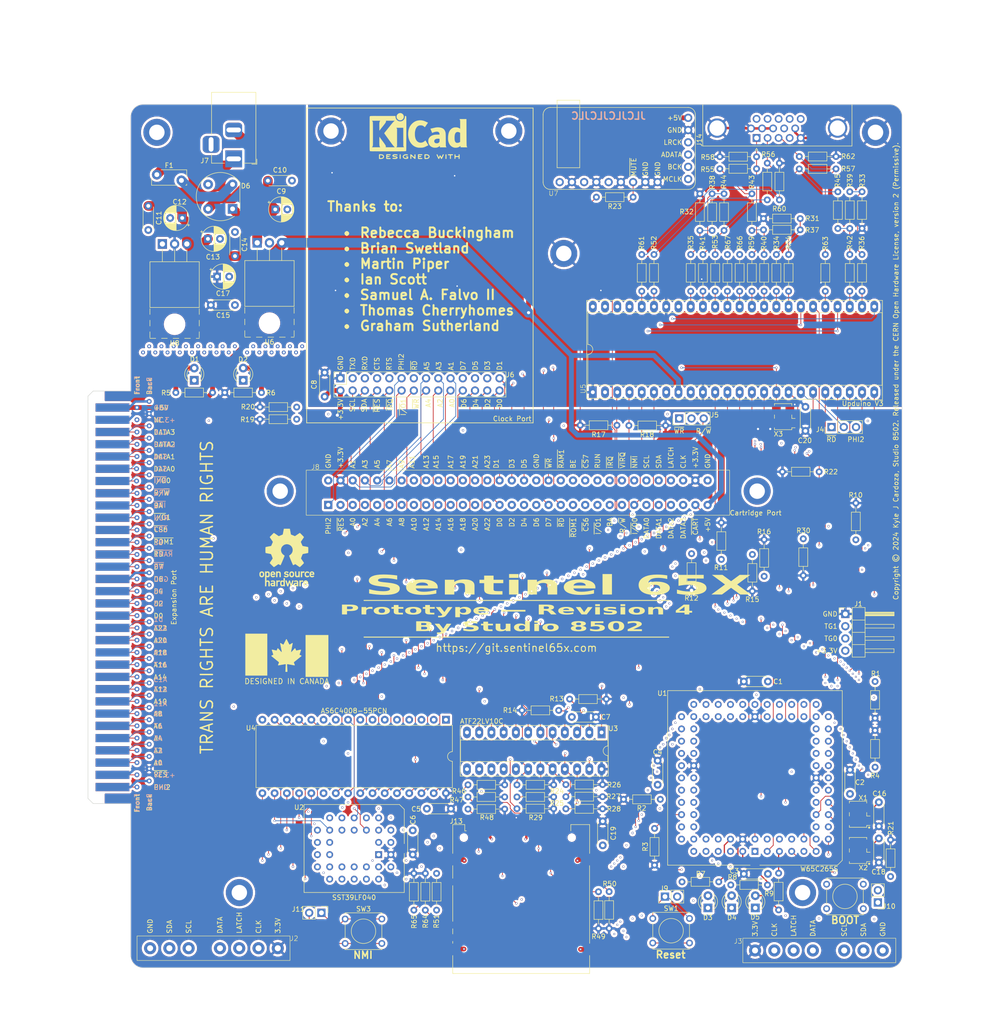
<source format=kicad_pcb>
(kicad_pcb
	(version 20240108)
	(generator "pcbnew")
	(generator_version "8.0")
	(general
		(thickness 1.6)
		(legacy_teardrops no)
	)
	(paper "A3")
	(layers
		(0 "F.Cu" signal "F.Cu (SMD)")
		(1 "In1.Cu" power "In1.Cu (GND)")
		(2 "In2.Cu" signal "In2.Cu (N-S)")
		(3 "In3.Cu" signal "In3.Cu. (E-W)")
		(4 "In4.Cu" power "In4.Cu (GND)")
		(31 "B.Cu" signal "B.Cu (MISC)")
		(32 "B.Adhes" user "B.Adhesive")
		(33 "F.Adhes" user "F.Adhesive")
		(34 "B.Paste" user)
		(35 "F.Paste" user)
		(36 "B.SilkS" user "B.Silkscreen")
		(37 "F.SilkS" user "F.Silkscreen")
		(38 "B.Mask" user)
		(39 "F.Mask" user)
		(40 "Dwgs.User" user "User.Drawings")
		(41 "Cmts.User" user "User.Comments")
		(42 "Eco1.User" user "User.Eco1")
		(43 "Eco2.User" user "User.Eco2")
		(44 "Edge.Cuts" user)
		(45 "Margin" user)
		(46 "B.CrtYd" user "B.Courtyard")
		(47 "F.CrtYd" user "F.Courtyard")
		(48 "B.Fab" user)
		(49 "F.Fab" user)
		(50 "User.1" user)
		(51 "User.2" user)
		(52 "User.3" user)
		(53 "User.4" user)
		(54 "User.5" user)
		(55 "User.6" user)
		(56 "User.7" user)
		(57 "User.8" user)
		(58 "User.9" user)
	)
	(setup
		(stackup
			(layer "F.SilkS"
				(type "Top Silk Screen")
				(color "White")
			)
			(layer "F.Paste"
				(type "Top Solder Paste")
			)
			(layer "F.Mask"
				(type "Top Solder Mask")
				(color "Red")
				(thickness 0.01)
			)
			(layer "F.Cu"
				(type "copper")
				(thickness 0.035)
			)
			(layer "dielectric 1"
				(type "prepreg")
				(thickness 0.1)
				(material "FR4")
				(epsilon_r 4.5)
				(loss_tangent 0.02)
			)
			(layer "In1.Cu"
				(type "copper")
				(thickness 0.035)
			)
			(layer "dielectric 2"
				(type "core")
				(thickness 0.535)
				(material "FR4")
				(epsilon_r 4.5)
				(loss_tangent 0.02)
			)
			(layer "In2.Cu"
				(type "copper")
				(thickness 0.035)
			)
			(layer "dielectric 3"
				(type "prepreg")
				(thickness 0.1)
				(material "FR4")
				(epsilon_r 4.5)
				(loss_tangent 0.02)
			)
			(layer "In3.Cu"
				(type "copper")
				(thickness 0.035)
			)
			(layer "dielectric 4"
				(type "core")
				(thickness 0.535)
				(material "FR4")
				(epsilon_r 4.5)
				(loss_tangent 0.02)
			)
			(layer "In4.Cu"
				(type "copper")
				(thickness 0.035)
			)
			(layer "dielectric 5"
				(type "prepreg")
				(color "#808080FF")
				(thickness 0.1)
				(material "FR4")
				(epsilon_r 4.5)
				(loss_tangent 0.02)
			)
			(layer "B.Cu"
				(type "copper")
				(thickness 0.035)
			)
			(layer "B.Mask"
				(type "Bottom Solder Mask")
				(color "Red")
				(thickness 0.01)
			)
			(layer "B.Paste"
				(type "Bottom Solder Paste")
			)
			(layer "B.SilkS"
				(type "Bottom Silk Screen")
				(color "White")
			)
			(copper_finish "None")
			(dielectric_constraints no)
		)
		(pad_to_mask_clearance 0)
		(allow_soldermask_bridges_in_footprints no)
		(grid_origin 123.070534 52.442679)
		(pcbplotparams
			(layerselection 0x00010fc_ffffffff)
			(plot_on_all_layers_selection 0x0000000_00000000)
			(disableapertmacros no)
			(usegerberextensions no)
			(usegerberattributes yes)
			(usegerberadvancedattributes yes)
			(creategerberjobfile yes)
			(dashed_line_dash_ratio 12.000000)
			(dashed_line_gap_ratio 3.000000)
			(svgprecision 4)
			(plotframeref no)
			(viasonmask no)
			(mode 1)
			(useauxorigin no)
			(hpglpennumber 1)
			(hpglpenspeed 20)
			(hpglpendiameter 15.000000)
			(pdf_front_fp_property_popups yes)
			(pdf_back_fp_property_popups yes)
			(dxfpolygonmode yes)
			(dxfimperialunits yes)
			(dxfusepcbnewfont yes)
			(psnegative no)
			(psa4output no)
			(plotreference yes)
			(plotvalue yes)
			(plotfptext yes)
			(plotinvisibletext no)
			(sketchpadsonfab no)
			(subtractmaskfromsilk no)
			(outputformat 1)
			(mirror no)
			(drillshape 0)
			(scaleselection 1)
			(outputdirectory "production/")
		)
	)
	(net 0 "")
	(net 1 "GND")
	(net 2 "+3.3V")
	(net 3 "/A1")
	(net 4 "/A3")
	(net 5 "/A5")
	(net 6 "/A7")
	(net 7 "/A9")
	(net 8 "/A11")
	(net 9 "/A13")
	(net 10 "/A15")
	(net 11 "/A17")
	(net 12 "/A19")
	(net 13 "/A21")
	(net 14 "/A23")
	(net 15 "/D1")
	(net 16 "/D3")
	(net 17 "/D5")
	(net 18 "/~{WR}")
	(net 19 "/BE")
	(net 20 "/RUN")
	(net 21 "/~{IRQ}")
	(net 22 "/~{VIRQ}")
	(net 23 "/~{NMI}")
	(net 24 "/I2C_SCL")
	(net 25 "/I2C_SDA")
	(net 26 "/SNES_LATCH")
	(net 27 "/SNES_CLK")
	(net 28 "/PHI2")
	(net 29 "/~{RES}")
	(net 30 "/A0")
	(net 31 "/A2")
	(net 32 "/A4")
	(net 33 "/A6")
	(net 34 "/A8")
	(net 35 "/A10")
	(net 36 "/A12")
	(net 37 "/A14")
	(net 38 "/A16")
	(net 39 "/A18")
	(net 40 "/A20")
	(net 41 "/A22")
	(net 42 "/D0")
	(net 43 "/D2")
	(net 44 "/D4")
	(net 45 "/D6")
	(net 46 "/D7")
	(net 47 "/~{RD}")
	(net 48 "/~{CS}6")
	(net 49 "/~{I{slash}O}1")
	(net 50 "/BA")
	(net 51 "/R{slash}~{W}")
	(net 52 "/~{I{slash}O}0")
	(net 53 "/SNES_DATA0")
	(net 54 "/SNES_DATA1")
	(net 55 "/SNES_DATA2")
	(net 56 "/SNES_DATA3")
	(net 57 "/MOSI")
	(net 58 "/RTS")
	(net 59 "/CTS")
	(net 60 "/BL1")
	(net 61 "/~{BOOT_SEL}")
	(net 62 "/RXD")
	(net 63 "/TXD")
	(net 64 "/FCLK")
	(net 65 "/CLK")
	(net 66 "/SCK")
	(net 67 "/~{CS}4")
	(net 68 "/~{CS}5")
	(net 69 "/~{CS}7")
	(net 70 "/~{FPGA_RESET}")
	(net 71 "/CDONE")
	(net 72 "/MISO")
	(net 73 "/~{SD_SS}")
	(net 74 "/~{ROM}0")
	(net 75 "/~{RAM}0")
	(net 76 "Net-(D1-A)")
	(net 77 "Net-(D3-A)")
	(net 78 "/~{RAM}1")
	(net 79 "/~{ROM}1")
	(net 80 "/VERA_18")
	(net 81 "+5V")
	(net 82 "/SYSCLK")
	(net 83 "/R0")
	(net 84 "/R2")
	(net 85 "/R1")
	(net 86 "/G0")
	(net 87 "/R3")
	(net 88 "/G2")
	(net 89 "/G1")
	(net 90 "/B0")
	(net 91 "/G3")
	(net 92 "/B2")
	(net 93 "/B1")
	(net 94 "/HSYNC")
	(net 95 "/B3")
	(net 96 "/VSYNC")
	(net 97 "/BCK")
	(net 98 "/ADATA")
	(net 99 "/LRCK")
	(net 100 "/BLUE")
	(net 101 "/GREEN")
	(net 102 "/RED")
	(net 103 "Net-(D2-A)")
	(net 104 "Net-(D4-A)")
	(net 105 "Net-(D5-A)")
	(net 106 "/BL2")
	(net 107 "/BL3")
	(net 108 "/VERA_7")
	(net 109 "Net-(D6-+)")
	(net 110 "unconnected-(J7-MountPin-Pad3)")
	(net 111 "unconnected-(J12-Pin_b31-Padb31)")
	(net 112 "unconnected-(J12-Pin_b31-Padb31)_0")
	(net 113 "Net-(J13-DAT1)")
	(net 114 "Net-(J13-DAT2)")
	(net 115 "unconnected-(J14-Pad11)")
	(net 116 "unconnected-(J14-Pad4)")
	(net 117 "unconnected-(J14-Pad15)")
	(net 118 "unconnected-(J14-Pad9)")
	(net 119 "Net-(R32-Pad2)")
	(net 120 "unconnected-(U1A-~{FCLKO}-Pad15)")
	(net 121 "unconnected-(U1A-RUN-Pad14)")
	(net 122 "unconnected-(U1A-BA-Pad21)")
	(net 123 "unconnected-(U1A-~{CLKO}-Pad19)")
	(net 124 "unconnected-(U5-+3.3V-Pad9)")
	(net 125 "unconnected-(U5-FLASH_MISO-Pad45)")
	(net 126 "unconnected-(U5-CLK_12M_EXT-Pad41)")
	(net 127 "unconnected-(U5-FT_SCK-Pad47)")
	(net 128 "unconnected-(U5-~{FT_SS}-Pad48)")
	(net 129 "unconnected-(U5-FLASH_MOSI-Pad46)")
	(net 130 "unconnected-(U5-VIO-Pad2)")
	(net 131 "unconnected-(J14-Pad12)")
	(net 132 "Net-(R31-Pad2)")
	(net 133 "Net-(R37-Pad2)")
	(net 134 "Net-(R33-Pad2)")
	(net 135 "Net-(R38-Pad2)")
	(net 136 "Net-(R39-Pad2)")
	(net 137 "Net-(R44-Pad2)")
	(net 138 "Net-(R43-Pad2)")
	(net 139 "Net-(R45-Pad2)")
	(net 140 "unconnected-(U3-IN-Pad13)")
	(net 141 "unconnected-(U3-I{slash}O-Pad16)")
	(net 142 "unconnected-(U3-I{slash}O-Pad15)")
	(net 143 "unconnected-(U3-I{slash}O-Pad17)")
	(net 144 "unconnected-(U3-I{slash}O-Pad14)")
	(net 145 "unconnected-(U7-A3V3-Pad11)")
	(net 146 "unconnected-(U7-ROUT-Pad9)")
	(net 147 "/~{CART}")
	(net 148 "/~{SD_WP}")
	(net 149 "/~{SD_CD}")
	(net 150 "unconnected-(U7-LOUT-Pad7)")
	(net 151 "/~{MUTE}")
	(net 152 "/TG0")
	(net 153 "/TG1")
	(net 154 "Net-(D6-Pad4)")
	(net 155 "Net-(D6-Pad2)")
	(net 156 "Net-(F1-Pad1)")
	(net 157 "Net-(J14-Pad13)")
	(net 158 "Net-(J14-Pad14)")
	(footprint "Resistor_THT:R_Axial_DIN0204_L3.6mm_D1.6mm_P7.62mm_Horizontal" (layer "F.Cu") (at 218.023531 149.586827 90))
	(footprint "Resistor_THT:R_Axial_DIN0204_L3.6mm_D1.6mm_P7.62mm_Horizontal" (layer "F.Cu") (at 156.55 197.875))
	(footprint "Capacitor_THT:C_Disc_D4.3mm_W1.9mm_P5.00mm" (layer "F.Cu") (at 195.918531 187.826827 -90))
	(footprint "Capacitor_THT:C_Disc_D4.3mm_W1.9mm_P5.00mm" (layer "F.Cu") (at 241.828173 208.96 90))
	(footprint "Resistor_THT:R_Axial_DIN0204_L3.6mm_D1.6mm_P7.62mm_Horizontal" (layer "F.Cu") (at 229.434306 127.897878 180))
	(footprint "Resistor_THT:R_Axial_DIN0204_L3.6mm_D1.6mm_P7.62mm_Horizontal" (layer "F.Cu") (at 188.846198 195.85349))
	(footprint "Symbol:OSHW-Logo_11.4x12mm_SilkScreen" (layer "F.Cu") (at 118.942135 145.687679))
	(footprint "Resistor_THT:R_Axial_DIN0204_L3.6mm_D1.6mm_P7.62mm_Horizontal" (layer "F.Cu") (at 210.395852 82.822679 -90))
	(footprint "Resistor_THT:R_Axial_DIN0204_L3.6mm_D1.6mm_P7.62mm_Horizontal" (layer "F.Cu") (at 204.680852 70.218531 -90))
	(footprint "Capacitor_THT:C_Disc_D4.3mm_W1.9mm_P5.00mm" (layer "F.Cu") (at 184.518267 200.4066 -90))
	(footprint "Resistor_THT:R_Axial_DIN0204_L3.6mm_D1.6mm_P7.62mm_Horizontal" (layer "F.Cu") (at 175.381704 177.395358 180))
	(footprint "Resistor_THT:R_Axial_DIN0204_L3.6mm_D1.6mm_P7.62mm_Horizontal" (layer "F.Cu") (at 238.335852 77.421827 90))
	(footprint "Connector:SNES Controller Port (Female, 90º, THT)" (layer "F.Cu") (at 101.832102 226.745 180))
	(footprint "Capacitor_THT:C_Disc_D4.3mm_W1.9mm_P5.00mm" (layer "F.Cu") (at 90.193531 72.741827 -90))
	(footprint "Connector_PinHeader_2.54mm:PinHeader_1x04_P2.54mm_Horizontal" (layer "F.Cu") (at 234.87 157.4))
	(footprint "Resistor_THT:R_Axial_DIN0204_L3.6mm_D1.6mm_P7.62mm_Horizontal" (layer "F.Cu") (at 218.668173 71.488531 90))
	(footprint "Capacitor_THT:C_Disc_D4.3mm_W1.9mm_P5.00mm" (layer "F.Cu") (at 226.588173 119.423531 90))
	(footprint "Connector_Card:SD_Hirose_DM1AA_SF_PEJ82" (layer "F.Cu") (at 167.589126 216.546139))
	(footprint "Connector_BarrelJack:BarrelJack_Horizontal" (layer "F.Cu") (at 107.928531 62.981827 -90))
	(footprint "Resistor_THT:R_Axial_DIN0204_L3.6mm_D1.6mm_P7.62mm_Horizontal" (layer "F.Cu") (at 225.506704 77.700358 180))
	(footprint "MountingHole:MountingHole_3.2mm_M3_DIN965_Pad" (layer "F.Cu") (at 128.117172 57.207679))
	(footprint "Resistor_THT:R_Axial_DIN0204_L3.6mm_D1.6mm_P7.62mm_Horizontal" (layer "F.Cu") (at 166.71 195.36))
	(footprint "Capacitor_THT:C_Disc_D4.3mm_W1.9mm_P5.00mm" (layer "F.Cu") (at 241.828173 201.453531 90))
	(footprint "Capacitor_THT:C_Disc_D4.3mm_W1.9mm_P5.00mm" (layer "F.Cu") (at 103.177518 93.309624))
	(footprint "Connector_PinHeader_2.54mm:PinHeader_1x02_P2.54mm_Vertical" (layer "F.Cu") (at 241.623621 217.254071 180))
	(footprint "Oscillator:Oscillator_SMD_EuroQuartz_XO53-4Pin_5.0x3.2mm_HandSoldering" (layer "F.Cu") (at 221.955852 116.463392 90))
	(footprint "Connector:Conn_Edge_2x32_THT_2.54mm_Male"
		(layer "F.Cu")
		(uuid "4796905e-545d-47e7-ab3c-4a0391ef238b")
		(at 82.760852 155.212679 90)
		(property "Reference" "J12"
			(at 10.16 -23.995 90)
			(unlocked yes)
			(layer "F.SilkS")
			(hide yes)
			(uuid "aca119be-96f6-4082-bd1f-0310194cc88e")
			(effects
				(font
					(size 1 1)
					(thickness 0.1)
				)
			)
		)
		(property "Value" "2x32 2.54mm Card Edge Connector"
			(at 10.16 -22.495 90)
			(unlocked yes)
			(layer "F.Fab")
			(uuid "53b5751c-c238-4ad4-9eb5-56729c770d25")
			(effects
				(font
					(size 1 1)
					(thickness 0.15)
				)
			)
		)
		(property "Footprint" "Connector:Conn_Edge_2x32_THT_2.54mm_Male"
			(at 0 0 90)
			(unlocked yes)
			(layer "F.Fab")
			(hide yes)
			(uuid "3fce0bb5-5936-4657-ba68-fc0c4aeaaee2")
			(effects
				(font
					(size 1.27 1.27)
				)
			)
		)
		(property "Datasheet" ""
			(at 0 0 90)
			(unlocked yes)
			(layer "F.Fab")
			(hide yes)
			(uuid "1dbb8393-8c43-437e-bf45-fbd7ad194fdb")
			(effects
				(font
					(size 1.27 1.27)
				)
			)
		)
		(property "Description" ""
			(at 0 0 90)
			(unlocked yes)
			(layer "F.Fab")
			(hide yes)
			(uuid "9d41e489-00b4-4574-b3e9-cf5acf4e68e6")
			(effects
				(font
					(size 1.27 1.27)
				)
			)
		)
		(property ki_fp_filters "Connector*:*_2x??_*")
		(path "/4681393f-742b-42eb-929f-821923816de7")
		(sheetname "Root")
		(sheetfile "Prototype 4 (PTH).kicad_sch")
		(attr through_hole exclude_from_pos_files exclude_from_bom)
		(fp_line
			(start 43 -5.08)
			(end 44.05758 -4.014303)
			(stroke
				(width 0.1)
				(type default)
			)
			(layer "Edge.Cuts")
			(uuid "fd26207d-ae5d-4015-b24f-4048db5a2730")
		)
		(fp_line
			(start -40.46 -5.08)
			(end 43 -5.08)
			(stroke
				(width 0.1)
				(type default)
			)
			(layer "Edge.Cuts")
			(uuid "cd976c4f-54b4-4c3a-8d2d-420cebf84a1a")
		)
		(fp_line
			(start -40.46 -5.08)
			(end -41.51758 -4.014303)
			(stroke
				(width 0.1)
				(type default)
			)
			(layer "Edge.Cuts")
			(uuid "c853919f-40f2-496b-a5c1-5e62cf4ee5f6")
		)
		(fp_line
			(start -41.51758 -4.014303)
			(end -41.520319 3.81)
			(stroke
				(width 0.1)
				(type default)
			)
			(layer "Edge.Cuts")
			(uuid "c515b7c3-614c-431c-9594-2f598a1c3af8")
		)
		(fp_line
			(start 44.054841 3.81)
			(end 44.05758 -4.014303)
			(stroke
				(width 0.1)
				(type default)
			)
			(layer "Edge.Cuts")
			(uuid "15c174bc-40f3-4552-9911-4324d59a4acc")
		)
		(fp_line
			(start 44.054841 3.81)
			(end 44.45 3.81)
			(stroke
				(width 0.1)
				(type default)
			)
			(layer "Edge.Cuts")
			(uuid "08d4d441-ebf1-4056-a391-e1b13176cb9a")
		)
		(fp_line
			(start -41.520319 3.81)
			(end -41.91 3.81)
			(stroke
				(width 0.1)
				(type default)
			)
			(layer "Edge.Cuts")
			(uuid "50b07f0e-059a-462c-8610-8d831930bac8")
		)
		(fp_rect
			(start 44.45 -5.08)
			(end -41.91 3.81)
			(stroke
				(width 0.05)
				(type default)
			)
			(fill none)
			(layer "B.CrtYd")
			(uuid "cd0b4cc3-6b7b-4f7a-ab8b-5d38182077fb")
		)
		(fp_rect
			(start -41.91 -5.08)
			(end 44.45 3.81)
			(stroke
				(width 0.05)
				(type default)
			)
			(fill none)
			(layer "F.CrtYd")
			(uuid "1fbbae3e-e68f-4f67-911b-50172759d681")
		)
		(fp_text user "${REFERENCE}"
			(at 10.16 -20.995 90)
			(unlocked yes)
			(layer "F.Fab")
			(uuid "280cc3f5-7dd6-44cd-9357-3734f1085ebe")
			(effects
				(font
					(size 1 1)
					(thickness 0.15)
				)
			)
		)
		(pad "a1" connect rect
			(at -38.1 0 90)
			(size 1.7 7)
			(layers "B.Cu" "B.Mask")
			(net 1 "GND")
			(pinfunction "Pin_a1")
			(pintype "passive")
			(uuid "39efb8b8-842b-49ed-b97f-c5742edf3b30")
		)
		(pad "a1" thru_hole circle
			(at -36.83 7.62 90)
			(size 1 1)
			(drill 0.5)
			(layers "*.Cu" "*.Mask")
			(remove_unused_layers no)
			(net 1 "GND")
			(pinfunction "Pin_a1")
			(pintype "passive")
			(uuid "0140ac0a-d66c-4c87-b933-594335198d4a")
		)
		(pad "a2" connect rect
			(at -35.56 0 90)
			(size 1.7 7)
			(layers "B.Cu" "B.Mask")
			(net 2 "+3.3V")
			(pinfunction "Pin_a2")
			(pintype "passive")
			(uuid "4509b36b-8620-4081-9556-c3a4adb63e24")
		)
		(pad "a2" thru_hole circle
			(at -34.29 7.62 90)
			(size 1 1)
			(drill 0.5)
			(layers "*.Cu" "*.Mask")
			(remove_unused_layers no)
			(net 2 "+3.3V")
			(pinfunction "Pin_a2")
			(pintype "passive")
			(uuid "ace7abd8-af09-40cb-83da-1b25130e6de1")
		)
		(pad "a3" connect rect
			(at -33.02 0 90)
			(size 1.7 7)
			(layers "B.Cu" "B.Mask")
			(net 3 "/A1")
			(pinfunction "Pin_a3")
			(pintype "passive")
			(uuid "f2db0a4f-6923-45da-8e4b-ab7ae2ec49a3")
		)
		(pad "a3" thru_hole circle
			(at -31.75 7.62 90)
			(size 1 1)
			(drill 0.5)
			(layers "*.Cu" "*.Mask")
			(remove_unused_layers no)
			(net 3 "/A1")
			(pinfunction "Pin_a3")
			(pintype "passive")
			(uuid "0c5eebb6-86d8-4b30-9e50-2497adf69f71")
		)
		(pad "a4" connect rect
			(at -30.48 0 90)
			(size 1.7 7)
			(layers "B.Cu" "B.Mask")
			(net 4 "/A3")
			(pinfunction "Pin_a4")
			(pintype "passive")
			(uuid "dca25041-533c-4780-8b00-016e4e574c5c")
		)
		(pad "a4" thru_hole circle
			(at -29.21 7.62 90)
			(size 1 1)
			(drill 0.5)
			(layers "*.Cu" "*.Mask")
			(remove_unused_layers no)
			(net 4 "/A3")
			(pinfunction "Pin_a4")
			(pintype "passive")
			(uuid "05a70a27-034a-4f51-9d0a-14788ed74601")
		)
		(pad "a5" connect rect
			(at -27.94 0 90)
			(size 1.7 7)
			(layers "B.Cu" "B.Mask")
			(net 5 "/A5")
			(pinfunction "Pin_a5")
			(pintype "passive")
			(uuid "01458549-d65e-40ae-981b-a7fd78016dbd")
		)
		(pad "a5" thru_hole circle
			(at -26.67 7.62 90)
			(size 1 1)
			(drill 0.5)
			(layers "*.Cu" "*.Mask")
			(remove_unused_layers no)
			(net 5 "/A5")
			(pinfunction "Pin_a5")
			(pintype "passive")
			(uuid "c4f72d13-5578-4eb0-bfbc-0795818fefff")
		)
		(pad "a6" connect rect
			(at -25.4 0 90)
			(size 1.7 7)
			(layers "B.Cu" "B.Mask")
			(net 6 "/A7")
			(pinfunction "Pin_a6")
			(pintype "passive")
			(uuid "4ce406d5-248c-4240-b0b1-630ff372e342")
		)
		(pad "a6" thru_hole circle
			(at -24.13 7.62 90)
			(size 1 1)
			(drill 0.5)
			(layers "*.Cu" "*.Mask")
			(remove_unused_layers no)
			(net 6 "/A7")
			(pinfunction "Pin
... [8103452 chars truncated]
</source>
